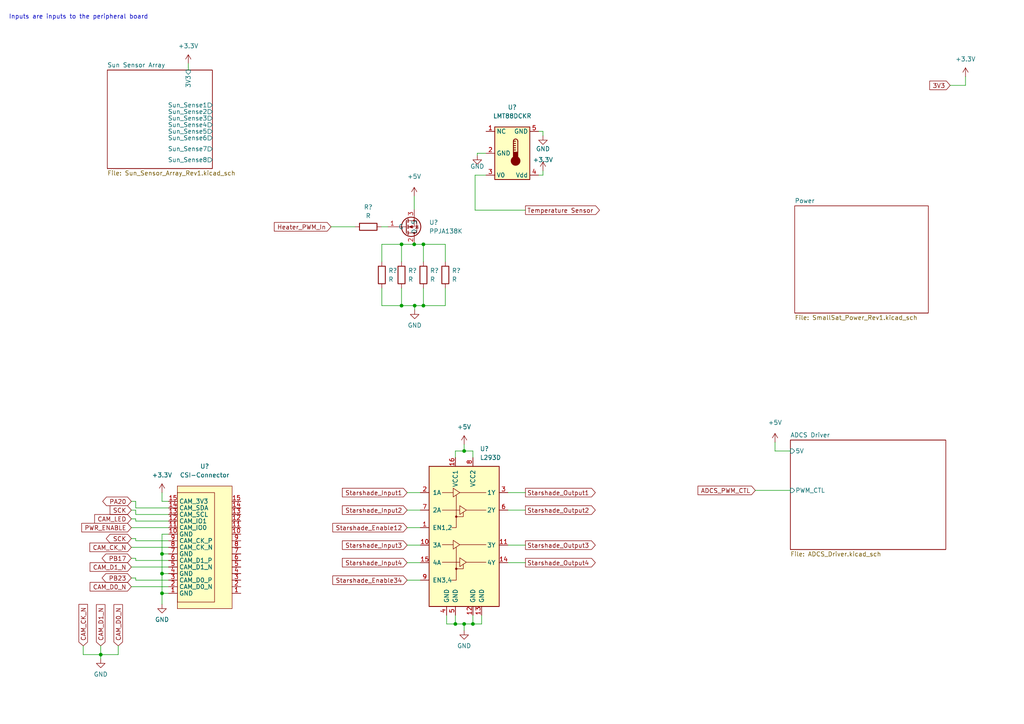
<source format=kicad_sch>
(kicad_sch (version 20211123) (generator eeschema)
  (paper "A4")
  (lib_symbols
    (symbol "Device:R" (pin_numbers hide) (pin_names (offset 0))
      (property "Reference" "R" (at 2.032 0 90))
      (property "Value" "R" (at 0 0 90))
      (symbol "R_0_1"
        (rectangle (start -1.016 -2.54) (end 1.016 2.54) (stroke (width 0.254)))
      )
      (symbol "R_1_1"
        (pin passive line (at 0 3.81 270) (length 1.27) (name "~") (number "1"))
        (pin passive line (at 0 -3.81 90) (length 1.27) (name "~") (number "2"))
      )
    )
    (symbol "Driver_Motor:L293D" (pin_names (offset 1.016))
      (property "Reference" "U" (at -5.08 26.035 0))
      (property "Value" "L293D" (at -5.08 24.13 0))
      (symbol "L293D_0_1"
        (rectangle (start -10.16 22.86) (end 10.16 -17.78) (stroke (width 0.254)) (fill (type background)))
        (circle (center -2.286 -6.858) (radius 0.254) (fill (type outline)))
        (circle (center -2.286 8.255) (radius 0.254) (fill (type outline)))
        (polyline (pts (xy -6.35 -4.953) (xy -1.27 -4.953)))
        (polyline (pts (xy -6.35 0.127) (xy -3.175 0.127)))
        (polyline (pts (xy -6.35 10.16) (xy -1.27 10.16)))
        (polyline (pts (xy -6.35 15.24) (xy -3.175 15.24)))
        (polyline (pts (xy -1.27 0.127) (xy 6.35 0.127)))
        (polyline (pts (xy -1.27 15.24) (xy 6.35 15.24)))
        (polyline (pts (xy 0.635 -4.953) (xy 6.35 -4.953)))
        (polyline (pts (xy 0.635 10.16) (xy 6.35 10.16)))
        (polyline (pts (xy -2.286 -6.858) (xy -0.254 -6.858) (xy -0.254 -5.588)))
        (polyline (pts (xy -2.286 -0.635) (xy -2.286 -10.16) (xy -3.556 -10.16)))
        (polyline (pts (xy -2.286 8.255) (xy -0.254 8.255) (xy -0.254 9.525)))
        (polyline (pts (xy -2.286 14.478) (xy -2.286 5.08) (xy -3.556 5.08)))
        (polyline (pts (xy -3.175 1.397) (xy -3.175 -1.143) (xy -1.27 0.127) (xy -3.175 1.397)))
        (polyline (pts (xy -3.175 16.51) (xy -3.175 13.97) (xy -1.27 15.24) (xy -3.175 16.51)))
        (polyline (pts (xy -1.27 -3.683) (xy -1.27 -6.223) (xy 0.635 -4.953) (xy -1.27 -3.683)))
        (polyline (pts (xy -1.27 11.43) (xy -1.27 8.89) (xy 0.635 10.16) (xy -1.27 11.43)))
      )
      (symbol "L293D_1_1"
        (pin input line (at -12.7 5.08 0) (length 2.54) (name "EN1,2") (number "1"))
        (pin input line (at -12.7 0 0) (length 2.54) (name "3A") (number "10"))
        (pin output line (at 12.7 0 180) (length 2.54) (name "3Y") (number "11"))
        (pin power_in line (at 2.54 -20.32 90) (length 2.54) (name "GND") (number "12"))
        (pin power_in line (at 5.08 -20.32 90) (length 2.54) (name "GND") (number "13"))
        (pin output line (at 12.7 -5.08 180) (length 2.54) (name "4Y") (number "14"))
        (pin input line (at -12.7 -5.08 0) (length 2.54) (name "4A") (number "15"))
        (pin power_in line (at -2.54 25.4 270) (length 2.54) (name "VCC1") (number "16"))
        (pin input line (at -12.7 15.24 0) (length 2.54) (name "1A") (number "2"))
        (pin output line (at 12.7 15.24 180) (length 2.54) (name "1Y") (number "3"))
        (pin power_in line (at -5.08 -20.32 90) (length 2.54) (name "GND") (number "4"))
        (pin power_in line (at -2.54 -20.32 90) (length 2.54) (name "GND") (number "5"))
        (pin output line (at 12.7 10.16 180) (length 2.54) (name "2Y") (number "6"))
        (pin input line (at -12.7 10.16 0) (length 2.54) (name "2A") (number "7"))
        (pin power_in line (at 2.54 25.4 270) (length 2.54) (name "VCC2") (number "8"))
        (pin input line (at -12.7 -10.16 0) (length 2.54) (name "EN3,4") (number "9"))
      )
    )
    (symbol "SmallSat-Peripherals-Board:CSI-Connector"
      (property "Reference" "U" (at 0 12.065 0))
      (property "Value" "CSI-Connector" (at 0 10.16 0))
      (symbol "CSI-Connector_0_1"
        (rectangle (start -8.255 6.985) (end 2.54 -24.765))
        (rectangle (start -8.255 8.89) (end 7.62 -26.67) (fill (type background)))
      )
      (symbol "CSI-Connector_1_1"
        (pin input line (at 10.16 -22.225 180) (length 2.54) (name "") (number "1"))
        (pin input line (at -10.795 -22.225 0) (length 2.54) (name "GND") (number "1"))
        (pin input line (at 10.16 -5.08 180) (length 2.54) (name "") (number "10"))
        (pin input line (at -10.795 -5.08 0) (length 2.54) (name "GND") (number "10"))
        (pin input line (at 10.16 -3.175 180) (length 2.54) (name "") (number "11"))
        (pin input line (at -10.795 -3.175 0) (length 2.54) (name "CAM_IO0") (number "11"))
        (pin input line (at 10.16 -1.27 180) (length 2.54) (name "") (number "12"))
        (pin output line (at -10.795 -1.27 0) (length 2.54) (name "CAM_IO1") (number "12"))
        (pin output line (at 10.16 0.635 180) (length 2.54) (name "") (number "13"))
        (pin input line (at -10.795 0.635 0) (length 2.54) (name "CAM_SCL") (number "13"))
        (pin bidirectional line (at 10.16 2.54 180) (length 2.54) (name "") (number "14"))
        (pin bidirectional line (at -10.795 2.54 0) (length 2.54) (name "CAM_SDA") (number "14"))
        (pin input line (at 10.16 4.445 180) (length 2.54) (name "") (number "15"))
        (pin input line (at -10.795 4.445 0) (length 2.54) (name "CAM_3V3") (number "15"))
        (pin input line (at 10.16 -20.32 180) (length 2.54) (name "") (number "2"))
        (pin input line (at -10.795 -20.32 0) (length 2.54) (name "CAM_D0_N") (number "2"))
        (pin input line (at 10.16 -18.415 180) (length 2.54) (name "") (number "3"))
        (pin input line (at -10.795 -18.415 0) (length 2.54) (name "CAM_D0_P") (number "3"))
        (pin input line (at 10.16 -16.51 180) (length 2.54) (name "") (number "4"))
        (pin input line (at -10.795 -16.51 0) (length 2.54) (name "GND") (number "4"))
        (pin input line (at 10.16 -14.605 180) (length 2.54) (name "") (number "5"))
        (pin input line (at -10.795 -14.605 0) (length 2.54) (name "CAM_D1_N") (number "5"))
        (pin input line (at 10.16 -12.7 180) (length 2.54) (name "") (number "6"))
        (pin input line (at -10.795 -12.7 0) (length 2.54) (name "CAM_D1_P") (number "6"))
        (pin input line (at 10.16 -10.795 180) (length 2.54) (name "") (number "7"))
        (pin input line (at -10.795 -10.795 0) (length 2.54) (name "GND") (number "7"))
        (pin input line (at 10.16 -8.89 180) (length 2.54) (name "") (number "8"))
        (pin input line (at -10.795 -8.89 0) (length 2.54) (name "CAM_CK_N") (number "8"))
        (pin input line (at 10.16 -6.985 180) (length 2.54) (name "") (number "9"))
        (pin input line (at -10.795 -6.985 0) (length 2.54) (name "CAM_CK_P") (number "9"))
      )
    )
    (symbol "SmallSat-Peripherals-Board:LMT88DCKR"
      (property "Reference" "U" (at 0 9.525 0))
      (property "Value" "LMT88DCKR" (at 0 11.43 0))
      (symbol "LMT88DCKR_0_1"
        (polyline (pts (xy 0.3175 0.9525) (xy 0.9525 0.9525)) (stroke (width 0.254)))
        (polyline (pts (xy 0.3175 1.5875) (xy 0.9525 1.5875)) (stroke (width 0.254)))
        (polyline (pts (xy 0.3175 2.2225) (xy 0.9525 2.2225)) (stroke (width 0.254)))
        (polyline (pts (xy 0.3175 2.8575) (xy 0.9525 2.8575)) (stroke (width 0.254)))
        (polyline (pts (xy 0.3175 3.4925) (xy 0.3175 0.3175)) (stroke (width 0.254)))
        (polyline (pts (xy 0.3175 3.4925) (xy 0.9525 3.4925)) (stroke (width 0.254)))
        (polyline (pts (xy 1.5875 3.4925) (xy 1.5875 0.3175)) (stroke (width 0.254)))
        (circle (center 0.9525 -2.2225) (radius 1.27) (stroke (width 0.254)) (fill (type outline)))
        (rectangle (start 1.5875 -1.5875) (end 0.3175 0.3175) (stroke (width 0.254)) (fill (type outline)))
        (arc (start 1.5875 3.4925) (mid 0.9525 4.1275) (end 0.3175 3.4925) (stroke (width 0.254)))
        (rectangle (start 5.08 7.62) (end -5.08 -7.62) (stroke (width 0.254)) (fill (type background)))
      )
      (symbol "LMT88DCKR_1_1"
        (pin power_in line (at -7.62 6.35 0) (length 2.54) (name "NC") (number "1"))
        (pin power_in line (at -7.62 0 0) (length 2.54) (name "GND") (number "2"))
        (pin output line (at -7.62 -6.35 0) (length 2.54) (name "V0") (number "3"))
        (pin power_in line (at 7.62 -6.35 180) (length 2.54) (name "Vdd") (number "4"))
        (pin power_in line (at 7.62 6.35 180) (length 2.54) (name "GND") (number "5"))
      )
    )
    (symbol "SmallSat-Peripherals-Board:PPJA138K"
      (property "Reference" "U" (at 0 12.7 0))
      (property "Value" "PPJA138K" (at 0 15.24 0))
      (symbol "PPJA138K_0_1"
        (polyline (pts (xy -1.27 0) (xy -4.064 0)))
        (polyline (pts (xy -1.27 1.905) (xy -1.27 -1.905)) (stroke (width 0.254)))
        (polyline (pts (xy -0.762 -1.27) (xy -0.762 -2.286)) (stroke (width 0.254)))
        (polyline (pts (xy -0.762 0.508) (xy -0.762 -0.508)) (stroke (width 0.254)))
        (polyline (pts (xy -0.762 2.286) (xy -0.762 1.27)) (stroke (width 0.254)))
        (polyline (pts (xy 1.016 2.54) (xy 1.016 1.778)))
        (polyline (pts (xy 1.016 -2.54) (xy 1.016 0) (xy -0.762 0)))
        (polyline (pts (xy -0.762 -1.778) (xy 1.778 -1.778) (xy 1.778 1.778) (xy -0.762 1.778)))
        (polyline (pts (xy -0.508 0) (xy 0.508 0.381) (xy 0.508 -0.381) (xy -0.508 0)) (fill (type outline)))
        (polyline (pts (xy 1.27 0.508) (xy 1.397 0.381) (xy 2.159 0.381) (xy 2.286 0.254)))
        (polyline (pts (xy 1.778 0.381) (xy 1.397 -0.254) (xy 2.159 -0.254) (xy 1.778 0.381)))
        (circle (center 0.127 0) (radius 2.794) (stroke (width 0.254)))
        (circle (center 1.016 -1.778) (radius 0.254) (fill (type outline)))
        (circle (center 1.016 1.778) (radius 0.254) (fill (type outline)))
      )
      (symbol "PPJA138K_1_1"
        (pin input line (at -6.604 0 0) (length 2.54) (name "G") (number "1"))
        (pin passive line (at 1.016 5.08 270) (length 2.54) (name "D") (number "2"))
        (pin passive line (at 1.016 -5.08 90) (length 2.54) (name "S") (number "3"))
      )
    )
    (symbol "power:+3.3V" (power) (pin_names (offset 0))
      (property "Value" "+3.3V" (at 0 3.556 0))
      (symbol "+3.3V_0_1"
        (polyline (pts (xy -0.762 1.27) (xy 0 2.54)))
        (polyline (pts (xy 0 0) (xy 0 2.54)))
        (polyline (pts (xy 0 2.54) (xy 0.762 1.27)))
      )
      (symbol "+3.3V_1_1"
        (pin power_in line (at 0 0 90) (length 0) hide (name "+3.3V") (number "1"))
      )
    )
    (symbol "power:+5V" (power) (pin_names (offset 0))
      (property "Value" "+5V" (at 0 3.556 0))
      (symbol "+5V_0_1"
        (polyline (pts (xy -0.762 1.27) (xy 0 2.54)))
        (polyline (pts (xy 0 0) (xy 0 2.54)))
        (polyline (pts (xy 0 2.54) (xy 0.762 1.27)))
      )
      (symbol "+5V_1_1"
        (pin power_in line (at 0 0 90) (length 0) hide (name "+5V") (number "1"))
      )
    )
    (symbol "power:GND" (power) (pin_names (offset 0))
      (property "Value" "GND" (at 0 -3.81 0))
      (symbol "GND_0_1"
        (polyline (pts (xy 0 0) (xy 0 -1.27) (xy 1.27 -1.27) (xy 0 -2.54) (xy -1.27 -1.27) (xy 0 -1.27)))
      )
      (symbol "GND_1_1"
        (pin power_in line (at 0 0 270) (length 0) hide (name "GND") (number "1"))
      )
    )
  )
  (junction (at 134.62 130.81))
  (junction (at 137.16 180.975))
  (junction (at 122.809 88.646))
  (junction (at 29.21 189.865))
  (junction (at 116.459 88.646))
  (junction (at 46.99 160.655))
  (junction (at 120.269 88.646))
  (junction (at 122.809 70.866))
  (junction (at 120.142 70.866))
  (junction (at 116.459 70.866))
  (junction (at 46.99 172.085))
  (junction (at 134.62 180.975))
  (junction (at 132.08 180.975))
  (junction (at 46.99 166.37))
  (wire (pts (xy 34.29 189.865) (xy 29.21 189.865)))
  (wire (pts (xy 116.459 88.646) (xy 120.269 88.646)))
  (wire (pts (xy 34.29 187.325) (xy 34.29 189.865)))
  (wire (pts (xy 122.809 70.866) (xy 122.809 75.946)))
  (wire (pts (xy 229.235 130.81) (xy 224.79 130.81)))
  (wire (pts (xy 138.43 44.45) (xy 138.43 45.085)))
  (wire (pts (xy 137.16 130.81) (xy 134.62 130.81)))
  (wire (pts (xy 129.54 180.975) (xy 132.08 180.975)))
  (wire (pts (xy 147.32 142.875) (xy 152.4 142.875)))
  (wire (pts (xy 38.1 158.75) (xy 48.895 158.75)))
  (wire (pts (xy 134.62 130.81) (xy 132.08 130.81)))
  (wire (pts (xy 39.37 168.275) (xy 48.895 168.275)))
  (wire (pts (xy 46.99 172.085) (xy 46.99 175.26)))
  (wire (pts (xy 129.159 88.646) (xy 129.159 83.566)))
  (wire (pts (xy 39.37 145.415) (xy 39.37 147.32)))
  (wire (pts (xy 29.21 187.325) (xy 29.21 189.865)))
  (wire (pts (xy 122.809 70.866) (xy 129.159 70.866)))
  (wire (pts (xy 122.809 88.646) (xy 129.159 88.646)))
  (wire (pts (xy 46.99 142.875) (xy 46.99 145.415)))
  (wire (pts (xy 120.269 88.646) (xy 122.809 88.646)))
  (wire (pts (xy 38.1 170.18) (xy 48.895 170.18)))
  (wire (pts (xy 118.11 147.955) (xy 121.92 147.955)))
  (wire (pts (xy 39.37 147.955) (xy 39.37 149.225)))
  (wire (pts (xy 157.48 38.1) (xy 157.48 39.37)))
  (wire (pts (xy 110.617 65.786) (xy 112.522 65.786)))
  (wire (pts (xy 39.37 168.275) (xy 39.37 167.64)))
  (wire (pts (xy 118.11 163.195) (xy 121.92 163.195)))
  (wire (pts (xy 24.13 187.325) (xy 24.13 189.865)))
  (wire (pts (xy 280.035 24.765) (xy 280.035 22.225)))
  (wire (pts (xy 147.32 163.195) (xy 152.4 163.195)))
  (wire (pts (xy 140.97 50.8) (xy 137.795 50.8)))
  (wire (pts (xy 38.1 150.495) (xy 39.37 150.495)))
  (wire (pts (xy 122.809 83.566) (xy 122.809 88.646)))
  (wire (pts (xy 116.459 70.866) (xy 116.459 75.946)))
  (wire (pts (xy 129.159 75.946) (xy 129.159 70.866)))
  (wire (pts (xy 132.08 180.975) (xy 134.62 180.975)))
  (wire (pts (xy 39.37 162.56) (xy 48.895 162.56)))
  (wire (pts (xy 157.48 50.8) (xy 156.21 50.8)))
  (wire (pts (xy 46.99 154.94) (xy 46.99 160.655)))
  (wire (pts (xy 137.16 130.81) (xy 137.16 132.715)))
  (wire (pts (xy 29.21 189.865) (xy 29.21 191.135)))
  (wire (pts (xy 147.32 147.955) (xy 152.4 147.955)))
  (wire (pts (xy 224.79 130.81) (xy 224.79 128.27)))
  (wire (pts (xy 120.142 70.866) (xy 122.809 70.866)))
  (wire (pts (xy 46.99 160.655) (xy 46.99 166.37)))
  (wire (pts (xy 110.744 75.946) (xy 110.744 70.866)))
  (wire (pts (xy 39.37 162.56) (xy 39.37 161.925)))
  (wire (pts (xy 132.08 178.435) (xy 132.08 180.975)))
  (wire (pts (xy 110.744 70.866) (xy 116.459 70.866)))
  (wire (pts (xy 39.37 147.32) (xy 48.895 147.32)))
  (wire (pts (xy 132.08 130.81) (xy 132.08 132.715)))
  (wire (pts (xy 116.459 83.566) (xy 116.459 88.646)))
  (wire (pts (xy 39.37 156.845) (xy 48.895 156.845)))
  (wire (pts (xy 137.16 178.435) (xy 137.16 180.975)))
  (wire (pts (xy 96.012 65.786) (xy 102.997 65.786)))
  (wire (pts (xy 24.13 189.865) (xy 29.21 189.865)))
  (wire (pts (xy 137.795 50.8) (xy 137.795 60.96)))
  (wire (pts (xy 39.37 156.21) (xy 39.37 156.845)))
  (wire (pts (xy 147.32 158.115) (xy 152.4 158.115)))
  (wire (pts (xy 38.1 156.21) (xy 39.37 156.21)))
  (wire (pts (xy 38.1 153.035) (xy 48.895 153.035)))
  (wire (pts (xy 116.459 70.866) (xy 120.142 70.866)))
  (wire (pts (xy 118.11 142.875) (xy 121.92 142.875)))
  (wire (pts (xy 38.1 145.415) (xy 39.37 145.415)))
  (wire (pts (xy 219.075 142.24) (xy 229.235 142.24)))
  (wire (pts (xy 39.37 167.64) (xy 38.1 167.64)))
  (wire (pts (xy 157.48 49.53) (xy 157.48 50.8)))
  (wire (pts (xy 39.37 150.495) (xy 39.37 151.13)))
  (wire (pts (xy 46.99 172.085) (xy 48.895 172.085)))
  (wire (pts (xy 156.21 38.1) (xy 157.48 38.1)))
  (wire (pts (xy 134.62 180.975) (xy 134.62 182.88)))
  (wire (pts (xy 39.37 149.225) (xy 48.895 149.225)))
  (wire (pts (xy 48.895 160.655) (xy 46.99 160.655)))
  (wire (pts (xy 275.59 24.765) (xy 280.035 24.765)))
  (wire (pts (xy 129.54 178.435) (xy 129.54 180.975)))
  (wire (pts (xy 38.1 164.465) (xy 48.895 164.465)))
  (wire (pts (xy 120.269 88.646) (xy 120.269 89.916)))
  (wire (pts (xy 54.61 18.415) (xy 54.61 20.32)))
  (wire (pts (xy 48.895 154.94) (xy 46.99 154.94)))
  (wire (pts (xy 139.7 180.975) (xy 137.16 180.975)))
  (wire (pts (xy 118.11 158.115) (xy 121.92 158.115)))
  (wire (pts (xy 139.7 178.435) (xy 139.7 180.975)))
  (wire (pts (xy 38.1 147.955) (xy 39.37 147.955)))
  (wire (pts (xy 140.97 44.45) (xy 138.43 44.45)))
  (wire (pts (xy 110.744 83.566) (xy 110.744 88.646)))
  (wire (pts (xy 118.11 153.035) (xy 121.92 153.035)))
  (wire (pts (xy 134.62 128.905) (xy 134.62 130.81)))
  (wire (pts (xy 46.99 166.37) (xy 46.99 172.085)))
  (wire (pts (xy 39.37 151.13) (xy 48.895 151.13)))
  (wire (pts (xy 137.16 180.975) (xy 134.62 180.975)))
  (wire (pts (xy 120.142 56.896) (xy 120.142 60.706)))
  (wire (pts (xy 38.1 161.925) (xy 39.37 161.925)))
  (wire (pts (xy 46.99 145.415) (xy 48.895 145.415)))
  (wire (pts (xy 46.99 166.37) (xy 48.895 166.37)))
  (wire (pts (xy 110.744 88.646) (xy 116.459 88.646)))
  (wire (pts (xy 118.11 168.275) (xy 121.92 168.275)))
  (wire (pts (xy 137.795 60.96) (xy 152.4 60.96)))
  (text "Inputs are inputs to the peripheral board\n" (at 2.54 5.715 0) (effects (font (size 1.27 1.27)) (justify left bottom)))
  (global_label "Starshade_Input3" (shape input) (at 118.11 158.115 180) (property "Intersheet References" "${INTERSHEET_REFS}" (effects hide)))
  (global_label "Starshade_Output3" (shape output) (at 152.4 158.115 0) (property "Intersheet References" "${INTERSHEET_REFS}" (effects hide)))
  (global_label "PWR_ENABLE" (shape input) (at 38.1 153.035 180) (property "Intersheet References" "${INTERSHEET_REFS}" (effects hide)))
  (global_label "Starshade_Output4" (shape output) (at 152.4 163.195 0) (property "Intersheet References" "${INTERSHEET_REFS}" (effects hide)))
  (global_label "CAM_D1_N" (shape input) (at 29.21 187.325 90) (property "Intersheet References" "${INTERSHEET_REFS}" (effects hide)))
  (global_label "PB17" (shape bidirectional) (at 38.1 161.925 180) (property "Intersheet References" "${INTERSHEET_REFS}" (effects hide)))
  (global_label "Starshade_Output2" (shape output) (at 152.4 147.955 0) (property "Intersheet References" "${INTERSHEET_REFS}" (effects hide)))
  (global_label "Starshade_Output1" (shape output) (at 152.4 142.875 0) (property "Intersheet References" "${INTERSHEET_REFS}" (effects hide)))
  (global_label "PA20" (shape bidirectional) (at 38.1 145.415 180) (property "Intersheet References" "${INTERSHEET_REFS}" (effects hide)))
  (global_label "Starshade_Input2" (shape input) (at 118.11 147.955 180) (property "Intersheet References" "${INTERSHEET_REFS}" (effects hide)))
  (global_label "Starshade_Enable12" (shape input) (at 118.11 153.035 180) (property "Intersheet References" "${INTERSHEET_REFS}" (effects hide)))
  (global_label "SCK" (shape input) (at 38.1 147.955 180) (property "Intersheet References" "${INTERSHEET_REFS}" (effects hide)))
  (global_label "Starshade_Enable34" (shape input) (at 118.11 168.275 180) (property "Intersheet References" "${INTERSHEET_REFS}" (effects hide)))
  (global_label "CAM_LED" (shape input) (at 38.1 150.495 180) (property "Intersheet References" "${INTERSHEET_REFS}" (effects hide)))
  (global_label "3V3" (shape input) (at 275.59 24.765 180) (property "Intersheet References" "${INTERSHEET_REFS}" (effects hide)))
  (global_label "CAM_D1_N" (shape input) (at 38.1 164.465 180) (property "Intersheet References" "${INTERSHEET_REFS}" (effects hide)))
  (global_label "ADCS_PWM_CTL" (shape input) (at 219.075 142.24 180) (property "Intersheet References" "${INTERSHEET_REFS}" (effects hide)))
  (global_label "Starshade_Input4" (shape input) (at 118.11 163.195 180) (property "Intersheet References" "${INTERSHEET_REFS}" (effects hide)))
  (global_label "Temperature Sensor" (shape output) (at 152.4 60.96 0) (property "Intersheet References" "${INTERSHEET_REFS}" (effects hide)))
  (global_label "Heater_PWM_In" (shape input) (at 96.012 65.786 180) (property "Intersheet References" "${INTERSHEET_REFS}" (effects hide)))
  (global_label "CAM_D0_N" (shape input) (at 34.29 187.325 90) (property "Intersheet References" "${INTERSHEET_REFS}" (effects hide)))
  (global_label "CAM_D0_N" (shape input) (at 38.1 170.18 180) (property "Intersheet References" "${INTERSHEET_REFS}" (effects hide)))
  (global_label "PB23" (shape bidirectional) (at 38.1 167.64 180) (property "Intersheet References" "${INTERSHEET_REFS}" (effects hide)))
  (global_label "Starshade_Input1" (shape input) (at 118.11 142.875 180) (property "Intersheet References" "${INTERSHEET_REFS}" (effects hide)))
  (global_label "SCK" (shape bidirectional) (at 38.1 156.21 180) (property "Intersheet References" "${INTERSHEET_REFS}" (effects hide)))
  (global_label "CAM_CK_N" (shape input) (at 24.13 187.325 90) (property "Intersheet References" "${INTERSHEET_REFS}" (effects hide)))
  (global_label "CAM_CK_N" (shape input) (at 38.1 158.75 180) (property "Intersheet References" "${INTERSHEET_REFS}" (effects hide)))
  (symbol (lib_id "power:GND") (at 138.43 45.085 0) (unit 1)
    (property "Reference" "#PWR?" (effects hide))
    (property "Value" "GND" (at 138.43 48.26 0))
  )
  (symbol (lib_id "power:GND") (at 46.99 175.26 0) (unit 1)
    (property "Reference" "#PWR?" (effects hide))
    (property "Value" "GND" (at 46.99 179.705 0))
  )
  (symbol (lib_id "power:+3.3V") (at 280.035 22.225 0) (unit 1)
    (property "Reference" "#PWR?" (effects hide))
    (property "Value" "+3.3V" (at 280.035 17.145 0))
  )
  (symbol (lib_id "power:+3.3V") (at 46.99 142.875 0) (unit 1)
    (property "Reference" "#PWR?" (effects hide))
    (property "Value" "+3.3V" (at 46.99 137.795 0))
  )
  (symbol (lib_id "SmallSat-Peripherals-Board:PPJA138K") (at 119.126 65.786 0) (mirror x) (unit 1)
    (property "Reference" "U?" (at 124.46 64.5159 0) (effects (justify left)))
    (property "Value" "PPJA138K" (at 124.46 67.0559 0) (effects (justify left)))
    (property "Datasheet" "https://www.panjit.com.tw/upload/datasheet/PJA138K.pdf" (effects hide))
  )
  (symbol (lib_id "power:GND") (at 120.269 89.916 0) (unit 1)
    (property "Reference" "#PWR?" (effects hide))
    (property "Value" "GND" (at 120.269 94.361 0))
  )
  (symbol (lib_id "power:GND") (at 29.21 191.135 0) (unit 1)
    (property "Reference" "#PWR?" (effects hide))
    (property "Value" "GND" (at 29.21 195.58 0))
  )
  (symbol (lib_id "Driver_Motor:L293D") (at 134.62 158.115 0) (unit 1)
    (property "Reference" "U?" (at 139.1794 130.175 0) (effects (justify left)))
    (property "Value" "L293D" (at 139.1794 132.715 0) (effects (justify left)))
    (property "Footprint" "Package_DIP:DIP-16_W7.62mm" (effects hide))
    (property "Datasheet" "http://www.ti.com/lit/ds/symlink/l293.pdf" (effects hide))
  )
  (symbol (lib_id "Device:R") (at 116.459 79.756 180) (unit 1)
    (property "Reference" "R?" (at 118.364 78.4859 0) (effects (justify right)))
    (property "Value" "R" (at 118.364 81.0259 0) (effects (justify right)))
  )
  (symbol (lib_id "power:GND") (at 134.62 182.88 0) (unit 1)
    (property "Reference" "#PWR?" (effects hide))
    (property "Value" "GND" (at 134.62 187.325 0))
  )
  (symbol (lib_id "power:GND") (at 157.48 39.37 0) (unit 1)
    (property "Reference" "#PWR?" (effects hide))
    (property "Value" "GND" (at 157.48 43.18 0))
  )
  (symbol (lib_id "Device:R") (at 122.809 79.756 180) (unit 1)
    (property "Reference" "R?" (at 124.714 78.4859 0) (effects (justify right)))
    (property "Value" "R" (at 124.714 81.0259 0) (effects (justify right)))
  )
  (symbol (lib_id "power:+5V") (at 120.142 56.896 0) (unit 1)
    (property "Reference" "#PWR?" (effects hide))
    (property "Value" "+5V" (at 120.142 51.181 0))
  )
  (symbol (lib_id "power:+5V") (at 134.62 128.905 0) (unit 1)
    (property "Reference" "#PWR?" (effects hide))
    (property "Value" "+5V" (at 134.62 123.825 0))
  )
  (symbol (lib_id "power:+5V") (at 224.79 128.27 0) (unit 1)
    (property "Reference" "#PWR?" (effects hide))
    (property "Value" "+5V" (at 224.79 122.555 0))
  )
  (symbol (lib_id "Device:R") (at 110.744 79.756 180) (unit 1)
    (property "Reference" "R?" (at 112.649 78.4859 0) (effects (justify right)))
    (property "Value" "R" (at 112.649 81.0259 0) (effects (justify right)))
  )
  (symbol (lib_id "SmallSat-Peripherals-Board:CSI-Connector") (at 59.69 149.86 0) (unit 1)
    (property "Reference" "U?" (at 59.3725 135.255 0))
    (property "Value" "CSI-Connector" (at 59.3725 137.795 0))
  )
  (symbol (lib_id "power:+3.3V") (at 157.48 49.53 0) (unit 1)
    (property "Reference" "#PWR?" (effects hide))
    (property "Value" "+3.3V" (at 157.48 46.355 0))
  )
  (symbol (lib_id "Device:R") (at 129.159 79.756 180) (unit 1)
    (property "Reference" "R?" (at 131.064 78.4859 0) (effects (justify right)))
    (property "Value" "R" (at 131.064 81.0259 0) (effects (justify right)))
  )
  (symbol (lib_id "SmallSat-Peripherals-Board:LMT88DCKR") (at 148.59 44.45 0) (unit 1)
    (property "Reference" "U?" (at 148.59 31.115 0))
    (property "Value" "LMT88DCKR" (at 148.59 33.655 0))
    (property "Datasheet" "https://www.ti.com/lit/ds/symlink/lmt88.pdf?HQS=dis-dk-null-digikeymode-dsf-pf-null-wwe&ts=1702394160978" (effects hide))
  )
  (symbol (lib_id "power:+3.3V") (at 54.61 18.415 0) (unit 1)
    (property "Reference" "#PWR?" (effects hide))
    (property "Value" "+3.3V" (at 54.61 13.335 0))
  )
  (symbol (lib_id "Device:R") (at 106.807 65.786 90) (unit 1)
    (property "Reference" "R?" (at 106.807 60.071 90))
    (property "Value" "R" (at 106.807 62.611 90))
  )
  (sheet (at 31.115 20.32) (size 30.48 28.575) (stroke (width 0.1524))
    (property "Sheet name" "Sun Sensor Array" (at 31.115 19.6084 0) (effects (justify left bottom)))
    (property "Sheet file" "Sun_Sensor_Array_Rev1.kicad_sch" (at 31.115 49.4796 0) (effects (justify left top)))
    (pin "Sun_Sense1" output (at 61.595 30.48 0))
    (pin "Sun_Sense7" output (at 61.595 43.18 0))
    (pin "Sun_Sense2" output (at 61.595 32.385 0))
    (pin "Sun_Sense3" output (at 61.595 34.29 0))
    (pin "Sun_Sense4" output (at 61.595 36.195 0))
    (pin "Sun_Sense5" output (at 61.595 38.1 0))
    (pin "Sun_Sense6" output (at 61.595 40.005 0))
    (pin "Sun_Sense8" output (at 61.595 46.355 0))
    (pin "3V3" input (at 54.61 20.32 90))
  )
  (sheet (at 229.235 127.635) (size 45.085 31.75) (stroke (width 0.1524))
    (property "Sheet name" "ADCS Driver" (at 229.235 126.9234 0) (effects (justify left bottom)))
    (property "Sheet file" "ADCS_Driver.kicad_sch" (at 229.235 159.9696 0) (effects (justify left top)))
    (pin "5V" input (at 229.235 130.81 180))
    (pin "PWM_CTL" input (at 229.235 142.24 180))
  )
  (sheet (at 230.505 59.69) (size 38.735 31.115) (stroke (width 0.1524))
    (property "Sheet name" "Power" (at 230.505 58.9784 0) (effects (justify left bottom)))
    (property "Sheet file" "SmallSat_Power_Rev1.kicad_sch" (at 230.505 91.3896 0) (effects (justify left top)))
  )
)
</source>
